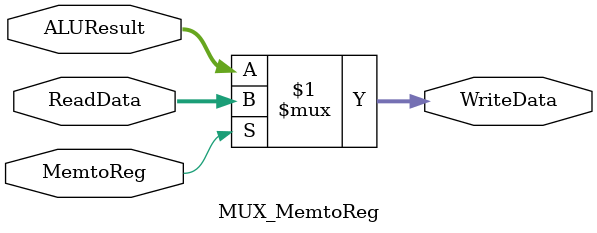
<source format=v>
module MUX_MemtoReg(
    input wire [31:0] ReadData,
    input wire [31:0] ALUResult,
    input wire MemtoReg,
    output wire [31:0] WriteData
);

    assign WriteData = MemtoReg ? ReadData : ALUResult;

endmodule
</source>
